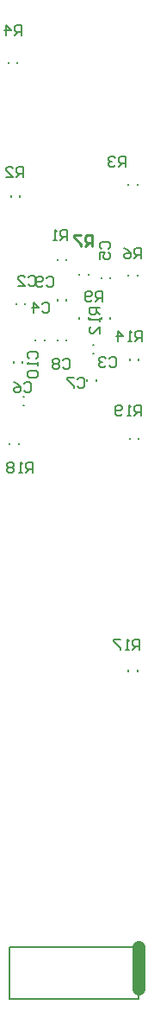
<source format=gbo>
G04 Layer_Color=32896*
%FSLAX25Y25*%
%MOIN*%
G70*
G01*
G75*
%ADD18C,0.00800*%
%ADD20C,0.01000*%
%ADD21C,0.05000*%
%ADD33C,0.00787*%
D18*
X38168Y291834D02*
X37501Y292501D01*
Y293834D01*
X38168Y294500D01*
X40834D01*
X41500Y293834D01*
Y292501D01*
X40834Y291834D01*
X37501Y287836D02*
Y290501D01*
X39501D01*
X38834Y289168D01*
Y288502D01*
X39501Y287836D01*
X40834D01*
X41500Y288502D01*
Y289835D01*
X40834Y290501D01*
X54000Y256000D02*
Y259999D01*
X52001D01*
X51334Y259332D01*
Y257999D01*
X52001Y257333D01*
X54000D01*
X52667D02*
X51334Y256000D01*
X50001D02*
X48668D01*
X49335D01*
Y259999D01*
X50001Y259332D01*
X44670Y256000D02*
Y259999D01*
X46669Y257999D01*
X44003D01*
X9834Y280832D02*
X10501Y281499D01*
X11834D01*
X12500Y280832D01*
Y278166D01*
X11834Y277500D01*
X10501D01*
X9834Y278166D01*
X5835Y277500D02*
X8501D01*
X5835Y280166D01*
Y280832D01*
X6502Y281499D01*
X7835D01*
X8501Y280832D01*
X41334Y249332D02*
X42001Y249999D01*
X43334D01*
X44000Y249332D01*
Y246666D01*
X43334Y246000D01*
X42001D01*
X41334Y246666D01*
X40001Y249332D02*
X39335Y249999D01*
X38002D01*
X37336Y249332D01*
Y248666D01*
X38002Y247999D01*
X38668D01*
X38002D01*
X37336Y247333D01*
Y246666D01*
X38002Y246000D01*
X39335D01*
X40001Y246666D01*
X15234Y270432D02*
X15901Y271099D01*
X17233D01*
X17900Y270432D01*
Y267766D01*
X17233Y267100D01*
X15901D01*
X15234Y267766D01*
X11902Y267100D02*
Y271099D01*
X13901Y269099D01*
X11236D01*
X8334Y239832D02*
X9001Y240499D01*
X10334D01*
X11000Y239832D01*
Y237166D01*
X10334Y236500D01*
X9001D01*
X8334Y237166D01*
X4335Y240499D02*
X5668Y239832D01*
X7001Y238499D01*
Y237166D01*
X6335Y236500D01*
X5002D01*
X4335Y237166D01*
Y237833D01*
X5002Y238499D01*
X7001D01*
X28834Y241332D02*
X29501Y241999D01*
X30834D01*
X31500Y241332D01*
Y238666D01*
X30834Y238000D01*
X29501D01*
X28834Y238666D01*
X27501Y241999D02*
X24836D01*
Y241332D01*
X27501Y238666D01*
Y238000D01*
X23334Y248832D02*
X24001Y249499D01*
X25333D01*
X26000Y248832D01*
Y246166D01*
X25333Y245500D01*
X24001D01*
X23334Y246166D01*
X22001Y248832D02*
X21335Y249499D01*
X20002D01*
X19335Y248832D01*
Y248166D01*
X20002Y247499D01*
X19335Y246833D01*
Y246166D01*
X20002Y245500D01*
X21335D01*
X22001Y246166D01*
Y246833D01*
X21335Y247499D01*
X22001Y248166D01*
Y248832D01*
X21335Y247499D02*
X20002D01*
X16834Y280332D02*
X17501Y280999D01*
X18834D01*
X19500Y280332D01*
Y277666D01*
X18834Y277000D01*
X17501D01*
X16834Y277666D01*
X15501D02*
X14835Y277000D01*
X13502D01*
X12835Y277666D01*
Y280332D01*
X13502Y280999D01*
X14835D01*
X15501Y280332D01*
Y279666D01*
X14835Y278999D01*
X12835D01*
X10168Y249377D02*
X9501Y250044D01*
Y251377D01*
X10168Y252043D01*
X12834D01*
X13500Y251377D01*
Y250044D01*
X12834Y249377D01*
X13500Y248045D02*
Y246712D01*
Y247378D01*
X9501D01*
X10168Y248045D01*
Y244712D02*
X9501Y244046D01*
Y242713D01*
X10168Y242046D01*
X12834D01*
X13500Y242713D01*
Y244046D01*
X12834Y244712D01*
X10168D01*
X25000Y295000D02*
Y298999D01*
X23001D01*
X22334Y298332D01*
Y296999D01*
X23001Y296333D01*
X25000D01*
X23667D02*
X22334Y295000D01*
X21001D02*
X19668D01*
X20335D01*
Y298999D01*
X21001Y298332D01*
X8000Y319500D02*
Y323499D01*
X6001D01*
X5334Y322832D01*
Y321499D01*
X6001Y320833D01*
X8000D01*
X6667D02*
X5334Y319500D01*
X1335D02*
X4001D01*
X1335Y322166D01*
Y322832D01*
X2002Y323499D01*
X3335D01*
X4001Y322832D01*
X47500Y323500D02*
Y327499D01*
X45501D01*
X44834Y326832D01*
Y325499D01*
X45501Y324833D01*
X47500D01*
X46167D02*
X44834Y323500D01*
X43501Y326832D02*
X42835Y327499D01*
X41502D01*
X40835Y326832D01*
Y326166D01*
X41502Y325499D01*
X42168D01*
X41502D01*
X40835Y324833D01*
Y324166D01*
X41502Y323500D01*
X42835D01*
X43501Y324166D01*
X7400Y374100D02*
Y378099D01*
X5401D01*
X4734Y377432D01*
Y376099D01*
X5401Y375433D01*
X7400D01*
X6067D02*
X4734Y374100D01*
X1402D02*
Y378099D01*
X3401Y376099D01*
X735D01*
X53500Y288000D02*
Y291999D01*
X51501D01*
X50834Y291332D01*
Y289999D01*
X51501Y289333D01*
X53500D01*
X52167D02*
X50834Y288000D01*
X46836Y291999D02*
X48168Y291332D01*
X49501Y289999D01*
Y288666D01*
X48835Y288000D01*
X47502D01*
X46836Y288666D01*
Y289333D01*
X47502Y289999D01*
X49501D01*
X38500Y271500D02*
Y275499D01*
X36501D01*
X35834Y274832D01*
Y273499D01*
X36501Y272833D01*
X38500D01*
X37167D02*
X35834Y271500D01*
X34501Y272166D02*
X33835Y271500D01*
X32502D01*
X31835Y272166D01*
Y274832D01*
X32502Y275499D01*
X33835D01*
X34501Y274832D01*
Y274166D01*
X33835Y273499D01*
X31835D01*
X37500Y269000D02*
X33501D01*
Y267001D01*
X34168Y266334D01*
X35501D01*
X36167Y267001D01*
Y269000D01*
Y267667D02*
X37500Y266334D01*
Y265001D02*
Y263668D01*
Y264335D01*
X33501D01*
X34168Y265001D01*
X37500Y259003D02*
Y261669D01*
X34834Y259003D01*
X34168D01*
X33501Y259670D01*
Y261003D01*
X34168Y261669D01*
X53000Y137000D02*
Y140999D01*
X51001D01*
X50334Y140332D01*
Y138999D01*
X51001Y138333D01*
X53000D01*
X51667D02*
X50334Y137000D01*
X49001D02*
X47668D01*
X48335D01*
Y140999D01*
X49001Y140332D01*
X45669Y140999D02*
X43003D01*
Y140332D01*
X45669Y137666D01*
Y137000D01*
X11500Y205500D02*
Y209499D01*
X9501D01*
X8834Y208832D01*
Y207499D01*
X9501Y206833D01*
X11500D01*
X10167D02*
X8834Y205500D01*
X7501D02*
X6168D01*
X6835D01*
Y209499D01*
X7501Y208832D01*
X4169D02*
X3503Y209499D01*
X2170D01*
X1503Y208832D01*
Y208166D01*
X2170Y207499D01*
X1503Y206833D01*
Y206166D01*
X2170Y205500D01*
X3503D01*
X4169Y206166D01*
Y206833D01*
X3503Y207499D01*
X4169Y208166D01*
Y208832D01*
X3503Y207499D02*
X2170D01*
X53500Y227500D02*
Y231499D01*
X51501D01*
X50834Y230832D01*
Y229499D01*
X51501Y228833D01*
X53500D01*
X52167D02*
X50834Y227500D01*
X49501D02*
X48168D01*
X48835D01*
Y231499D01*
X49501Y230832D01*
X46169Y228166D02*
X45503Y227500D01*
X44170D01*
X43503Y228166D01*
Y230832D01*
X44170Y231499D01*
X45503D01*
X46169Y230832D01*
Y230166D01*
X45503Y229499D01*
X43503D01*
D20*
X34700Y292700D02*
Y297029D01*
X32535D01*
X31814Y296308D01*
Y294865D01*
X32535Y294143D01*
X34700D01*
X33257D02*
X31814Y292700D01*
X30371Y297029D02*
X27485D01*
Y296308D01*
X30371Y293422D01*
Y292700D01*
D21*
X52500Y6500D02*
Y22500D01*
D33*
X38228Y280303D02*
Y280697D01*
X41772Y280303D02*
Y280697D01*
X29728Y281760D02*
Y282154D01*
X33272Y281760D02*
Y282154D01*
X52772Y248803D02*
Y249197D01*
X49228Y248803D02*
Y249197D01*
X2728Y216303D02*
Y216697D01*
X6272Y216303D02*
Y216697D01*
X52272Y128803D02*
Y129197D01*
X48728Y128803D02*
Y129197D01*
X41772Y264803D02*
Y265197D01*
X38228Y264803D02*
Y265197D01*
X29728Y264803D02*
Y265197D01*
X33272Y264803D02*
Y265197D01*
X52272Y281303D02*
Y281697D01*
X48728Y281303D02*
Y281697D01*
X2228Y363303D02*
Y363697D01*
X5772Y363303D02*
Y363697D01*
X48728Y316303D02*
Y316697D01*
X52272Y316303D02*
Y316697D01*
X3228Y311803D02*
Y312197D01*
X6772Y311803D02*
Y312197D01*
X24772Y287303D02*
Y287697D01*
X21228Y287303D02*
Y287697D01*
X24772Y271803D02*
Y272197D01*
X21228Y271803D02*
Y272197D01*
X24772Y256303D02*
Y256697D01*
X21228Y256303D02*
Y256697D01*
X36272Y240803D02*
Y241197D01*
X32728Y240803D02*
Y241197D01*
X7803Y234772D02*
X8197D01*
X7803Y231228D02*
X8197D01*
X12728Y256303D02*
Y256697D01*
X16272Y256303D02*
Y256697D01*
X34803Y254772D02*
X35197D01*
X34803Y251228D02*
X35197D01*
X5228Y270303D02*
Y270697D01*
X8772Y270303D02*
Y270697D01*
X7772Y247847D02*
Y248240D01*
X4228Y247847D02*
Y248240D01*
X52500Y2500D02*
Y22500D01*
X2500Y2500D02*
Y22500D01*
Y2500D02*
X52500D01*
X2500Y22500D02*
X52500D01*
X52772Y218303D02*
Y218697D01*
X49228Y218303D02*
Y218697D01*
M02*

</source>
